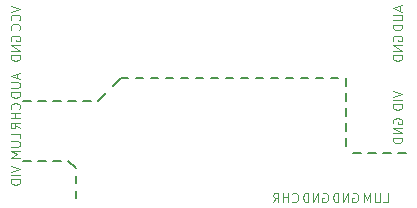
<source format=gbo>
G04 #@! TF.FileFunction,Legend,Bot*
%FSLAX46Y46*%
G04 Gerber Fmt 4.6, Leading zero omitted, Abs format (unit mm)*
G04 Created by KiCad (PCBNEW 4.0.7) date 05/31/19 16:29:18*
%MOMM*%
%LPD*%
G01*
G04 APERTURE LIST*
%ADD10C,0.100000*%
%ADD11C,0.200000*%
G04 APERTURE END LIST*
D10*
D11*
X136525000Y-118110000D02*
X136525000Y-118745000D01*
X136525000Y-116840000D02*
X136525000Y-117475000D01*
X136525000Y-116205000D02*
X135890000Y-115570000D01*
X139700000Y-109220000D02*
X140335000Y-108585000D01*
X140970000Y-108585000D02*
X140335000Y-108585000D01*
X144780000Y-108585000D02*
X144145000Y-108585000D01*
X146050000Y-108585000D02*
X145415000Y-108585000D01*
X147320000Y-108585000D02*
X146685000Y-108585000D01*
X148590000Y-108585000D02*
X147955000Y-108585000D01*
X149860000Y-108585000D02*
X149225000Y-108585000D01*
X151130000Y-108585000D02*
X150495000Y-108585000D01*
X152400000Y-108585000D02*
X151765000Y-108585000D01*
X153670000Y-108585000D02*
X153035000Y-108585000D01*
X154940000Y-108585000D02*
X154305000Y-108585000D01*
X156210000Y-108585000D02*
X155575000Y-108585000D01*
X157480000Y-108585000D02*
X156845000Y-108585000D01*
X158750000Y-108585000D02*
X158115000Y-108585000D01*
X159385000Y-109220000D02*
X159385000Y-108585000D01*
X159385000Y-110490000D02*
X159385000Y-109855000D01*
X159385000Y-111760000D02*
X159385000Y-111125000D01*
X159385000Y-113030000D02*
X159385000Y-112395000D01*
X159385000Y-114300000D02*
X159385000Y-113665000D01*
X134620000Y-115570000D02*
X135255000Y-115570000D01*
X133350000Y-115570000D02*
X133985000Y-115570000D01*
X132080000Y-115570000D02*
X132715000Y-115570000D01*
X142875000Y-108585000D02*
X143510000Y-108585000D01*
X141605000Y-108585000D02*
X142240000Y-108585000D01*
X138430000Y-110490000D02*
X139065000Y-109855000D01*
X137160000Y-110490000D02*
X137795000Y-110490000D01*
X135890000Y-110490000D02*
X136525000Y-110490000D01*
X134620000Y-110490000D02*
X135255000Y-110490000D01*
X133350000Y-110490000D02*
X133985000Y-110490000D01*
X132080000Y-110490000D02*
X132715000Y-110490000D01*
X160655000Y-114935000D02*
X160020000Y-114935000D01*
X161925000Y-114935000D02*
X161290000Y-114935000D01*
X163195000Y-114935000D02*
X162560000Y-114935000D01*
X164465000Y-114935000D02*
X163830000Y-114935000D01*
D10*
X162553571Y-119106905D02*
X162934524Y-119106905D01*
X162934524Y-118306905D01*
X162286905Y-118306905D02*
X162286905Y-118954524D01*
X162248810Y-119030714D01*
X162210714Y-119068810D01*
X162134524Y-119106905D01*
X161982143Y-119106905D01*
X161905952Y-119068810D01*
X161867857Y-119030714D01*
X161829762Y-118954524D01*
X161829762Y-118306905D01*
X161448810Y-119106905D02*
X161448810Y-118306905D01*
X161182143Y-118878333D01*
X160915476Y-118306905D01*
X160915476Y-119106905D01*
X154876428Y-119030714D02*
X154914523Y-119068810D01*
X155028809Y-119106905D01*
X155104999Y-119106905D01*
X155219285Y-119068810D01*
X155295476Y-118992619D01*
X155333571Y-118916429D01*
X155371666Y-118764048D01*
X155371666Y-118649762D01*
X155333571Y-118497381D01*
X155295476Y-118421190D01*
X155219285Y-118345000D01*
X155104999Y-118306905D01*
X155028809Y-118306905D01*
X154914523Y-118345000D01*
X154876428Y-118383095D01*
X154533571Y-119106905D02*
X154533571Y-118306905D01*
X154533571Y-118687857D02*
X154076428Y-118687857D01*
X154076428Y-119106905D02*
X154076428Y-118306905D01*
X153238333Y-119106905D02*
X153505000Y-118725952D01*
X153695476Y-119106905D02*
X153695476Y-118306905D01*
X153390714Y-118306905D01*
X153314523Y-118345000D01*
X153276428Y-118383095D01*
X153238333Y-118459286D01*
X153238333Y-118573571D01*
X153276428Y-118649762D01*
X153314523Y-118687857D01*
X153390714Y-118725952D01*
X153695476Y-118725952D01*
X159994523Y-118345000D02*
X160070714Y-118306905D01*
X160184999Y-118306905D01*
X160299285Y-118345000D01*
X160375476Y-118421190D01*
X160413571Y-118497381D01*
X160451666Y-118649762D01*
X160451666Y-118764048D01*
X160413571Y-118916429D01*
X160375476Y-118992619D01*
X160299285Y-119068810D01*
X160184999Y-119106905D01*
X160108809Y-119106905D01*
X159994523Y-119068810D01*
X159956428Y-119030714D01*
X159956428Y-118764048D01*
X160108809Y-118764048D01*
X159613571Y-119106905D02*
X159613571Y-118306905D01*
X159156428Y-119106905D01*
X159156428Y-118306905D01*
X158775476Y-119106905D02*
X158775476Y-118306905D01*
X158585000Y-118306905D01*
X158470714Y-118345000D01*
X158394523Y-118421190D01*
X158356428Y-118497381D01*
X158318333Y-118649762D01*
X158318333Y-118764048D01*
X158356428Y-118916429D01*
X158394523Y-118992619D01*
X158470714Y-119068810D01*
X158585000Y-119106905D01*
X158775476Y-119106905D01*
X157454523Y-118345000D02*
X157530714Y-118306905D01*
X157644999Y-118306905D01*
X157759285Y-118345000D01*
X157835476Y-118421190D01*
X157873571Y-118497381D01*
X157911666Y-118649762D01*
X157911666Y-118764048D01*
X157873571Y-118916429D01*
X157835476Y-118992619D01*
X157759285Y-119068810D01*
X157644999Y-119106905D01*
X157568809Y-119106905D01*
X157454523Y-119068810D01*
X157416428Y-119030714D01*
X157416428Y-118764048D01*
X157568809Y-118764048D01*
X157073571Y-119106905D02*
X157073571Y-118306905D01*
X156616428Y-119106905D01*
X156616428Y-118306905D01*
X156235476Y-119106905D02*
X156235476Y-118306905D01*
X156045000Y-118306905D01*
X155930714Y-118345000D01*
X155854523Y-118421190D01*
X155816428Y-118497381D01*
X155778333Y-118649762D01*
X155778333Y-118764048D01*
X155816428Y-118916429D01*
X155854523Y-118992619D01*
X155930714Y-119068810D01*
X156045000Y-119106905D01*
X156235476Y-119106905D01*
X163430000Y-112420477D02*
X163391905Y-112344286D01*
X163391905Y-112230001D01*
X163430000Y-112115715D01*
X163506190Y-112039524D01*
X163582381Y-112001429D01*
X163734762Y-111963334D01*
X163849048Y-111963334D01*
X164001429Y-112001429D01*
X164077619Y-112039524D01*
X164153810Y-112115715D01*
X164191905Y-112230001D01*
X164191905Y-112306191D01*
X164153810Y-112420477D01*
X164115714Y-112458572D01*
X163849048Y-112458572D01*
X163849048Y-112306191D01*
X164191905Y-112801429D02*
X163391905Y-112801429D01*
X164191905Y-113258572D01*
X163391905Y-113258572D01*
X164191905Y-113639524D02*
X163391905Y-113639524D01*
X163391905Y-113830000D01*
X163430000Y-113944286D01*
X163506190Y-114020477D01*
X163582381Y-114058572D01*
X163734762Y-114096667D01*
X163849048Y-114096667D01*
X164001429Y-114058572D01*
X164077619Y-114020477D01*
X164153810Y-113944286D01*
X164191905Y-113830000D01*
X164191905Y-113639524D01*
X163391905Y-109632857D02*
X164191905Y-109899524D01*
X163391905Y-110166191D01*
X164191905Y-110432857D02*
X163391905Y-110432857D01*
X164191905Y-110813809D02*
X163391905Y-110813809D01*
X163391905Y-111004285D01*
X163430000Y-111118571D01*
X163506190Y-111194762D01*
X163582381Y-111232857D01*
X163734762Y-111270952D01*
X163849048Y-111270952D01*
X164001429Y-111232857D01*
X164077619Y-111194762D01*
X164153810Y-111118571D01*
X164191905Y-111004285D01*
X164191905Y-110813809D01*
X163430000Y-105435477D02*
X163391905Y-105359286D01*
X163391905Y-105245001D01*
X163430000Y-105130715D01*
X163506190Y-105054524D01*
X163582381Y-105016429D01*
X163734762Y-104978334D01*
X163849048Y-104978334D01*
X164001429Y-105016429D01*
X164077619Y-105054524D01*
X164153810Y-105130715D01*
X164191905Y-105245001D01*
X164191905Y-105321191D01*
X164153810Y-105435477D01*
X164115714Y-105473572D01*
X163849048Y-105473572D01*
X163849048Y-105321191D01*
X164191905Y-105816429D02*
X163391905Y-105816429D01*
X164191905Y-106273572D01*
X163391905Y-106273572D01*
X164191905Y-106654524D02*
X163391905Y-106654524D01*
X163391905Y-106845000D01*
X163430000Y-106959286D01*
X163506190Y-107035477D01*
X163582381Y-107073572D01*
X163734762Y-107111667D01*
X163849048Y-107111667D01*
X164001429Y-107073572D01*
X164077619Y-107035477D01*
X164153810Y-106959286D01*
X164191905Y-106845000D01*
X164191905Y-106654524D01*
X163963333Y-102495477D02*
X163963333Y-102876429D01*
X164191905Y-102419286D02*
X163391905Y-102685953D01*
X164191905Y-102952620D01*
X163391905Y-103219286D02*
X164039524Y-103219286D01*
X164115714Y-103257381D01*
X164153810Y-103295477D01*
X164191905Y-103371667D01*
X164191905Y-103524048D01*
X164153810Y-103600239D01*
X164115714Y-103638334D01*
X164039524Y-103676429D01*
X163391905Y-103676429D01*
X164191905Y-104057381D02*
X163391905Y-104057381D01*
X163391905Y-104247857D01*
X163430000Y-104362143D01*
X163506190Y-104438334D01*
X163582381Y-104476429D01*
X163734762Y-104514524D01*
X163849048Y-104514524D01*
X164001429Y-104476429D01*
X164077619Y-104438334D01*
X164153810Y-104362143D01*
X164191905Y-104247857D01*
X164191905Y-104057381D01*
X131006905Y-115982857D02*
X131806905Y-116249524D01*
X131006905Y-116516191D01*
X131806905Y-116782857D02*
X131006905Y-116782857D01*
X131806905Y-117163809D02*
X131006905Y-117163809D01*
X131006905Y-117354285D01*
X131045000Y-117468571D01*
X131121190Y-117544762D01*
X131197381Y-117582857D01*
X131349762Y-117620952D01*
X131464048Y-117620952D01*
X131616429Y-117582857D01*
X131692619Y-117544762D01*
X131768810Y-117468571D01*
X131806905Y-117354285D01*
X131806905Y-117163809D01*
X131730714Y-111188572D02*
X131768810Y-111150477D01*
X131806905Y-111036191D01*
X131806905Y-110960001D01*
X131768810Y-110845715D01*
X131692619Y-110769524D01*
X131616429Y-110731429D01*
X131464048Y-110693334D01*
X131349762Y-110693334D01*
X131197381Y-110731429D01*
X131121190Y-110769524D01*
X131045000Y-110845715D01*
X131006905Y-110960001D01*
X131006905Y-111036191D01*
X131045000Y-111150477D01*
X131083095Y-111188572D01*
X131806905Y-111531429D02*
X131006905Y-111531429D01*
X131387857Y-111531429D02*
X131387857Y-111988572D01*
X131806905Y-111988572D02*
X131006905Y-111988572D01*
X131806905Y-112826667D02*
X131425952Y-112560000D01*
X131806905Y-112369524D02*
X131006905Y-112369524D01*
X131006905Y-112674286D01*
X131045000Y-112750477D01*
X131083095Y-112788572D01*
X131159286Y-112826667D01*
X131273571Y-112826667D01*
X131349762Y-112788572D01*
X131387857Y-112750477D01*
X131425952Y-112674286D01*
X131425952Y-112369524D01*
X131806905Y-113671429D02*
X131806905Y-113290476D01*
X131006905Y-113290476D01*
X131006905Y-113938095D02*
X131654524Y-113938095D01*
X131730714Y-113976190D01*
X131768810Y-114014286D01*
X131806905Y-114090476D01*
X131806905Y-114242857D01*
X131768810Y-114319048D01*
X131730714Y-114357143D01*
X131654524Y-114395238D01*
X131006905Y-114395238D01*
X131806905Y-114776190D02*
X131006905Y-114776190D01*
X131578333Y-115042857D01*
X131006905Y-115309524D01*
X131806905Y-115309524D01*
X131578333Y-108210477D02*
X131578333Y-108591429D01*
X131806905Y-108134286D02*
X131006905Y-108400953D01*
X131806905Y-108667620D01*
X131006905Y-108934286D02*
X131654524Y-108934286D01*
X131730714Y-108972381D01*
X131768810Y-109010477D01*
X131806905Y-109086667D01*
X131806905Y-109239048D01*
X131768810Y-109315239D01*
X131730714Y-109353334D01*
X131654524Y-109391429D01*
X131006905Y-109391429D01*
X131806905Y-109772381D02*
X131006905Y-109772381D01*
X131006905Y-109962857D01*
X131045000Y-110077143D01*
X131121190Y-110153334D01*
X131197381Y-110191429D01*
X131349762Y-110229524D01*
X131464048Y-110229524D01*
X131616429Y-110191429D01*
X131692619Y-110153334D01*
X131768810Y-110077143D01*
X131806905Y-109962857D01*
X131806905Y-109772381D01*
X131045000Y-105435477D02*
X131006905Y-105359286D01*
X131006905Y-105245001D01*
X131045000Y-105130715D01*
X131121190Y-105054524D01*
X131197381Y-105016429D01*
X131349762Y-104978334D01*
X131464048Y-104978334D01*
X131616429Y-105016429D01*
X131692619Y-105054524D01*
X131768810Y-105130715D01*
X131806905Y-105245001D01*
X131806905Y-105321191D01*
X131768810Y-105435477D01*
X131730714Y-105473572D01*
X131464048Y-105473572D01*
X131464048Y-105321191D01*
X131806905Y-105816429D02*
X131006905Y-105816429D01*
X131806905Y-106273572D01*
X131006905Y-106273572D01*
X131806905Y-106654524D02*
X131006905Y-106654524D01*
X131006905Y-106845000D01*
X131045000Y-106959286D01*
X131121190Y-107035477D01*
X131197381Y-107073572D01*
X131349762Y-107111667D01*
X131464048Y-107111667D01*
X131616429Y-107073572D01*
X131692619Y-107035477D01*
X131768810Y-106959286D01*
X131806905Y-106845000D01*
X131806905Y-106654524D01*
X131006905Y-102438333D02*
X131806905Y-102705000D01*
X131006905Y-102971667D01*
X131730714Y-103695476D02*
X131768810Y-103657381D01*
X131806905Y-103543095D01*
X131806905Y-103466905D01*
X131768810Y-103352619D01*
X131692619Y-103276428D01*
X131616429Y-103238333D01*
X131464048Y-103200238D01*
X131349762Y-103200238D01*
X131197381Y-103238333D01*
X131121190Y-103276428D01*
X131045000Y-103352619D01*
X131006905Y-103466905D01*
X131006905Y-103543095D01*
X131045000Y-103657381D01*
X131083095Y-103695476D01*
X131730714Y-104495476D02*
X131768810Y-104457381D01*
X131806905Y-104343095D01*
X131806905Y-104266905D01*
X131768810Y-104152619D01*
X131692619Y-104076428D01*
X131616429Y-104038333D01*
X131464048Y-104000238D01*
X131349762Y-104000238D01*
X131197381Y-104038333D01*
X131121190Y-104076428D01*
X131045000Y-104152619D01*
X131006905Y-104266905D01*
X131006905Y-104343095D01*
X131045000Y-104457381D01*
X131083095Y-104495476D01*
M02*

</source>
